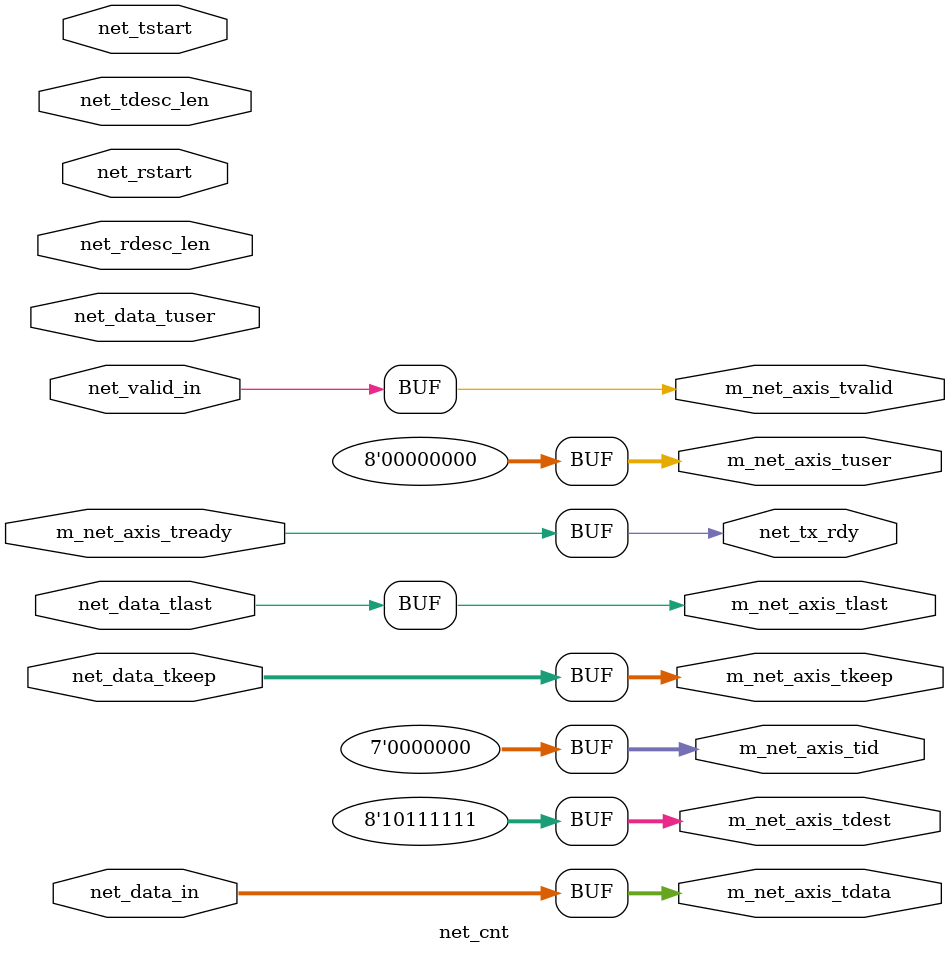
<source format=sv>
module net_cnt (  /*AUTOARG*/
   // Outputs
   m_net_axis_tdata, m_net_axis_tdest, m_net_axis_tid,
   m_net_axis_tkeep, m_net_axis_tlast, m_net_axis_tuser,
   m_net_axis_tvalid, net_tx_rdy,
   // Inputs
   m_net_axis_tready, net_data_in, net_valid_in, net_data_tkeep,
   net_data_tlast, net_data_tuser, net_rdesc_len, net_rstart,
   net_tdesc_len, net_tstart
   );

  // Width of AXI data bus in bits
  parameter AXI_DATA_WIDTH = 512;
  // Width of AXI address bus in bits
  parameter AXI_ADDR_WIDTH = 64;  //4g 32 ;  8g 33 ;  16g  34 ;  32g 35;  64g  36 
  // Width of AXI wstrb (width of data bus in words)
  parameter AXI_STRB_WIDTH = (AXI_DATA_WIDTH / 8);
  // Width of AXI ID signal
  parameter AXI_ID_WIDTH = 7;
  // Maximum AXI burst length to generate
  parameter AXI_MAX_BURST_LEN = 16;
  // Width of AXI stream interfaces in bits
  parameter AXIS_DATA_WIDTH = AXI_DATA_WIDTH;
  // Use AXI stream tkeep signal
  parameter AXIS_KEEP_ENABLE = (AXIS_DATA_WIDTH > 8);
  // AXI stream tkeep signal width (words per cycle)
  parameter AXIS_KEEP_WIDTH = (AXIS_DATA_WIDTH / 8);
  // Use AXI stream tlast signal
  parameter AXIS_LAST_ENABLE = 1;
  // Propagate AXI stream tid signal
  parameter AXIS_ID_ENABLE = 0;
  // AXI stream tid signal width
  parameter AXIS_ID_WIDTH = 7;
  // Propagate AXI stream tdest signal
  parameter AXIS_DEST_ENABLE = 0;
  // AXI stream tdest signal width
  parameter AXIS_DEST_WIDTH = 8;
  // Propagate AXI stream tuser signal
  parameter AXIS_USER_ENABLE = 1;
  // AXI stream tuser signal width
  parameter AXIS_USER_WIDTH = 8;
  // Width of length field
  parameter LEN_WIDTH = 20;
  // Width of tag field
  parameter TAG_WIDTH = 8;
  // Enable support for scatter/gather DMA
  // (multiple descriptors per AXI stream frame)
  parameter ENABLE_SG = 0;
  // Enable support for unaligned transfers
  parameter ENABLE_UNALIGNED = 0;

  parameter ROWS = 32;
  parameter INPUT_LENGTH = 16;

  output [AXIS_DATA_WIDTH-1:0] m_net_axis_tdata;  // To u_top of top.v
  output [AXIS_DEST_WIDTH-1:0] m_net_axis_tdest;  // To u_top of top.v
  output [AXIS_ID_WIDTH-1:0] m_net_axis_tid;  // To u_top of top.v
  output [AXIS_KEEP_WIDTH-1:0] m_net_axis_tkeep;  // To u_top of top.v
  output m_net_axis_tlast;  // To u_top of top.v
  output [AXIS_USER_WIDTH-1:0] m_net_axis_tuser;  // To u_top of top.v
  output m_net_axis_tvalid;  // To u_top of top.v
  output net_tx_rdy;  // To u_top of top.v


  input m_net_axis_tready;  // From u_top of top.v
  input [(ROWS*INPUT_LENGTH)-1:0] net_data_in;  // From u_top of top.v
  input net_valid_in;  // From u_top of top.v
  input     [AXIS_KEEP_WIDTH-1:0] net_data_tkeep;
  input                           net_data_tlast;
  input     [AXIS_USER_WIDTH-1:0]    net_data_tuser;


  input [LEN_WIDTH-1:0] net_rdesc_len;		// From u_top of chip_top.v
  input		net_rstart;		// From u_top of chip_top.v
  input [LEN_WIDTH-1:0] net_tdesc_len;		// From u_top of chip_top.v
  input		net_tstart;		// From u_top of chip_top.v


  //wire [AXIS_DATA_WIDTH-1:0] m_net_axis_tdata = 'd0;  // To u_top of top.v
  //wire [AXIS_DEST_WIDTH-1:0] m_net_axis_tdest = 'hbf;  // To u_top of top.v
  //wire [  AXIS_ID_WIDTH-1:0] m_net_axis_tid = 'd0;  // To u_top of top.v
  //wire [AXIS_KEEP_WIDTH-1:0] m_net_axis_tkeep = 'd0;  // To u_top of top.v
  //wire                       m_net_axis_tlast = 'd0;  // To u_top of top.v
  //wire [AXIS_USER_WIDTH-1:0] m_net_axis_tuser = 'd0;  // To u_top of top.v
  //wire                       m_net_axis_tvalid = 'd0;  // To u_top of top.v
  //wire                       net_tx_rdy = 'd1;  // To u_top of top.v

  wire [AXIS_DATA_WIDTH-1:0] m_net_axis_tdata  = net_data_in;  // To u_top of top.v
  wire [AXIS_DEST_WIDTH-1:0] m_net_axis_tdest  = 'hbf;  // To u_top of top.v
  wire [  AXIS_ID_WIDTH-1:0] m_net_axis_tid    = 'd0;  // To u_top of top.v
  wire [AXIS_KEEP_WIDTH-1:0] m_net_axis_tkeep  = net_data_tkeep;  // To u_top of top.v
  wire                       m_net_axis_tlast  = net_data_tlast;  // To u_top of top.v
  wire [AXIS_USER_WIDTH-1:0] m_net_axis_tuser  = 'd0;  // To u_top of top.v
  wire                       m_net_axis_tvalid = net_valid_in     ;  // To u_top of top.v
  wire                       net_tx_rdy        = m_net_axis_tready;  // To u_top of top.v



endmodule

</source>
